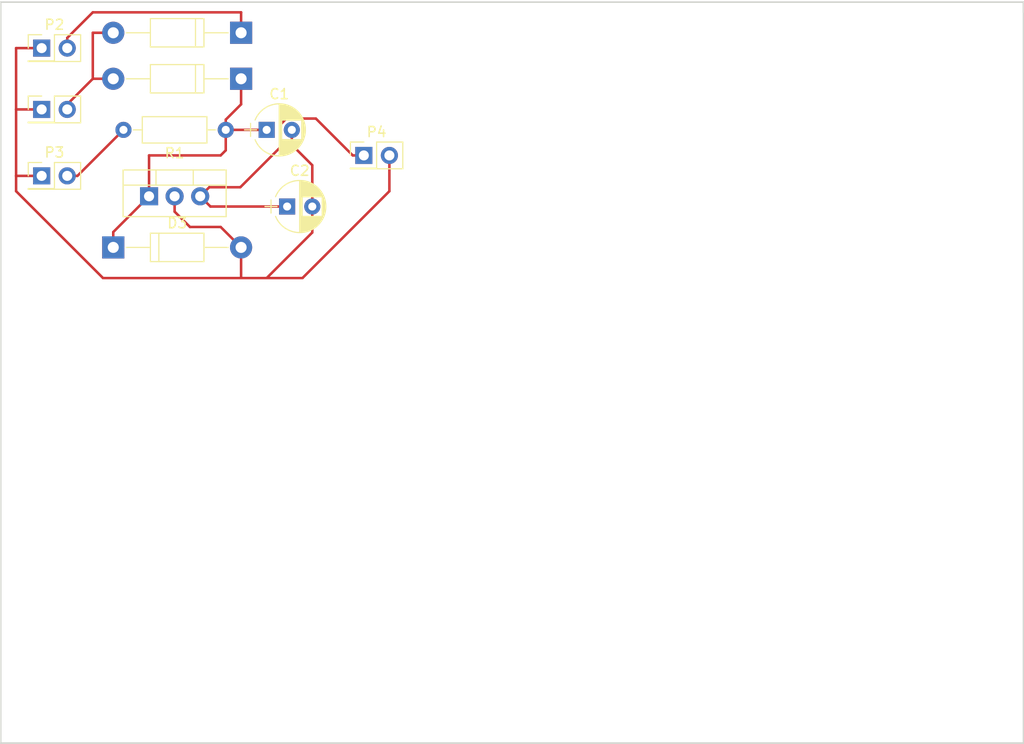
<source format=kicad_pcb>
(kicad_pcb (version 4) (host pcbnew 4.0.4-stable)

  (general
    (links 17)
    (no_connects 0)
    (area 114.224999 83.744999 215.975001 157.555001)
    (thickness 1.6)
    (drawings 5)
    (tracks 53)
    (zones 0)
    (modules 11)
    (nets 7)
  )

  (page A4)
  (title_block
    (title "Midi Merge/Filter/Thru")
    (date 2017-06-19)
    (rev 1.0)
    (company CapabilityTM)
  )

  (layers
    (0 F.Cu signal)
    (31 B.Cu signal)
    (32 B.Adhes user)
    (33 F.Adhes user)
    (34 B.Paste user)
    (35 F.Paste user)
    (36 B.SilkS user)
    (37 F.SilkS user)
    (38 B.Mask user)
    (39 F.Mask user)
    (40 Dwgs.User user)
    (41 Cmts.User user)
    (42 Eco1.User user)
    (43 Eco2.User user)
    (44 Edge.Cuts user)
    (45 Margin user)
    (46 B.CrtYd user)
    (47 F.CrtYd user)
    (48 B.Fab user)
    (49 F.Fab user)
  )

  (setup
    (last_trace_width 0.762)
    (user_trace_width 0.381)
    (user_trace_width 0.762)
    (trace_clearance 0.2)
    (zone_clearance 0.508)
    (zone_45_only no)
    (trace_min 0.2)
    (segment_width 0.2)
    (edge_width 0.15)
    (via_size 0.6)
    (via_drill 0.4)
    (via_min_size 0.4)
    (via_min_drill 0.3)
    (uvia_size 0.3)
    (uvia_drill 0.1)
    (uvias_allowed no)
    (uvia_min_size 0.2)
    (uvia_min_drill 0.1)
    (pcb_text_width 0.3)
    (pcb_text_size 1.5 1.5)
    (mod_edge_width 0.15)
    (mod_text_size 1 1)
    (mod_text_width 0.15)
    (pad_size 1.524 1.524)
    (pad_drill 0.762)
    (pad_to_mask_clearance 0.2)
    (aux_axis_origin 0 0)
    (visible_elements FFFFFF7F)
    (pcbplotparams
      (layerselection 0x00030_80000001)
      (usegerberextensions false)
      (excludeedgelayer true)
      (linewidth 0.100000)
      (plotframeref false)
      (viasonmask false)
      (mode 1)
      (useauxorigin false)
      (hpglpennumber 1)
      (hpglpenspeed 20)
      (hpglpendiameter 15)
      (hpglpenoverlay 2)
      (psnegative false)
      (psa4output false)
      (plotreference true)
      (plotvalue true)
      (plotinvisibletext false)
      (padsonsilk false)
      (subtractmaskfromsilk false)
      (outputformat 1)
      (mirror false)
      (drillshape 1)
      (scaleselection 1)
      (outputdirectory ""))
  )

  (net 0 "")
  (net 1 "Net-(C1-Pad1)")
  (net 2 "Net-(C1-Pad2)")
  (net 3 "Net-(C2-Pad1)")
  (net 4 "Net-(D1-Pad1)")
  (net 5 "Net-(D1-Pad2)")
  (net 6 "Net-(P3-Pad2)")

  (net_class Default "This is the default net class."
    (clearance 0.2)
    (trace_width 0.25)
    (via_dia 0.6)
    (via_drill 0.4)
    (uvia_dia 0.3)
    (uvia_drill 0.1)
    (add_net "Net-(C1-Pad1)")
    (add_net "Net-(C1-Pad2)")
    (add_net "Net-(C2-Pad1)")
    (add_net "Net-(D1-Pad1)")
    (add_net "Net-(D1-Pad2)")
    (add_net "Net-(P3-Pad2)")
  )

  (module Capacitors_ThroughHole:CP_Radial_D5.0mm_P2.50mm (layer F.Cu) (tedit 5920C257) (tstamp 59480CAA)
    (at 140.716 96.52)
    (descr "CP, Radial series, Radial, pin pitch=2.50mm, , diameter=5mm, Electrolytic Capacitor")
    (tags "CP Radial series Radial pin pitch 2.50mm  diameter 5mm Electrolytic Capacitor")
    (path /5947F54E)
    (fp_text reference C1 (at 1.25 -3.56) (layer F.SilkS)
      (effects (font (size 1 1) (thickness 0.15)))
    )
    (fp_text value 47uF (at 1.25 3.56) (layer F.Fab)
      (effects (font (size 1 1) (thickness 0.15)))
    )
    (fp_text user %R (at 0.775 0) (layer F.Fab)
      (effects (font (size 1 1) (thickness 0.15)))
    )
    (fp_line (start -2.2 0) (end -1 0) (layer F.Fab) (width 0.1))
    (fp_line (start -1.6 -0.65) (end -1.6 0.65) (layer F.Fab) (width 0.1))
    (fp_line (start 1.25 -2.55) (end 1.25 2.55) (layer F.SilkS) (width 0.12))
    (fp_line (start 1.29 -2.55) (end 1.29 2.55) (layer F.SilkS) (width 0.12))
    (fp_line (start 1.33 -2.549) (end 1.33 2.549) (layer F.SilkS) (width 0.12))
    (fp_line (start 1.37 -2.548) (end 1.37 2.548) (layer F.SilkS) (width 0.12))
    (fp_line (start 1.41 -2.546) (end 1.41 2.546) (layer F.SilkS) (width 0.12))
    (fp_line (start 1.45 -2.543) (end 1.45 2.543) (layer F.SilkS) (width 0.12))
    (fp_line (start 1.49 -2.539) (end 1.49 2.539) (layer F.SilkS) (width 0.12))
    (fp_line (start 1.53 -2.535) (end 1.53 -0.98) (layer F.SilkS) (width 0.12))
    (fp_line (start 1.53 0.98) (end 1.53 2.535) (layer F.SilkS) (width 0.12))
    (fp_line (start 1.57 -2.531) (end 1.57 -0.98) (layer F.SilkS) (width 0.12))
    (fp_line (start 1.57 0.98) (end 1.57 2.531) (layer F.SilkS) (width 0.12))
    (fp_line (start 1.61 -2.525) (end 1.61 -0.98) (layer F.SilkS) (width 0.12))
    (fp_line (start 1.61 0.98) (end 1.61 2.525) (layer F.SilkS) (width 0.12))
    (fp_line (start 1.65 -2.519) (end 1.65 -0.98) (layer F.SilkS) (width 0.12))
    (fp_line (start 1.65 0.98) (end 1.65 2.519) (layer F.SilkS) (width 0.12))
    (fp_line (start 1.69 -2.513) (end 1.69 -0.98) (layer F.SilkS) (width 0.12))
    (fp_line (start 1.69 0.98) (end 1.69 2.513) (layer F.SilkS) (width 0.12))
    (fp_line (start 1.73 -2.506) (end 1.73 -0.98) (layer F.SilkS) (width 0.12))
    (fp_line (start 1.73 0.98) (end 1.73 2.506) (layer F.SilkS) (width 0.12))
    (fp_line (start 1.77 -2.498) (end 1.77 -0.98) (layer F.SilkS) (width 0.12))
    (fp_line (start 1.77 0.98) (end 1.77 2.498) (layer F.SilkS) (width 0.12))
    (fp_line (start 1.81 -2.489) (end 1.81 -0.98) (layer F.SilkS) (width 0.12))
    (fp_line (start 1.81 0.98) (end 1.81 2.489) (layer F.SilkS) (width 0.12))
    (fp_line (start 1.85 -2.48) (end 1.85 -0.98) (layer F.SilkS) (width 0.12))
    (fp_line (start 1.85 0.98) (end 1.85 2.48) (layer F.SilkS) (width 0.12))
    (fp_line (start 1.89 -2.47) (end 1.89 -0.98) (layer F.SilkS) (width 0.12))
    (fp_line (start 1.89 0.98) (end 1.89 2.47) (layer F.SilkS) (width 0.12))
    (fp_line (start 1.93 -2.46) (end 1.93 -0.98) (layer F.SilkS) (width 0.12))
    (fp_line (start 1.93 0.98) (end 1.93 2.46) (layer F.SilkS) (width 0.12))
    (fp_line (start 1.971 -2.448) (end 1.971 -0.98) (layer F.SilkS) (width 0.12))
    (fp_line (start 1.971 0.98) (end 1.971 2.448) (layer F.SilkS) (width 0.12))
    (fp_line (start 2.011 -2.436) (end 2.011 -0.98) (layer F.SilkS) (width 0.12))
    (fp_line (start 2.011 0.98) (end 2.011 2.436) (layer F.SilkS) (width 0.12))
    (fp_line (start 2.051 -2.424) (end 2.051 -0.98) (layer F.SilkS) (width 0.12))
    (fp_line (start 2.051 0.98) (end 2.051 2.424) (layer F.SilkS) (width 0.12))
    (fp_line (start 2.091 -2.41) (end 2.091 -0.98) (layer F.SilkS) (width 0.12))
    (fp_line (start 2.091 0.98) (end 2.091 2.41) (layer F.SilkS) (width 0.12))
    (fp_line (start 2.131 -2.396) (end 2.131 -0.98) (layer F.SilkS) (width 0.12))
    (fp_line (start 2.131 0.98) (end 2.131 2.396) (layer F.SilkS) (width 0.12))
    (fp_line (start 2.171 -2.382) (end 2.171 -0.98) (layer F.SilkS) (width 0.12))
    (fp_line (start 2.171 0.98) (end 2.171 2.382) (layer F.SilkS) (width 0.12))
    (fp_line (start 2.211 -2.366) (end 2.211 -0.98) (layer F.SilkS) (width 0.12))
    (fp_line (start 2.211 0.98) (end 2.211 2.366) (layer F.SilkS) (width 0.12))
    (fp_line (start 2.251 -2.35) (end 2.251 -0.98) (layer F.SilkS) (width 0.12))
    (fp_line (start 2.251 0.98) (end 2.251 2.35) (layer F.SilkS) (width 0.12))
    (fp_line (start 2.291 -2.333) (end 2.291 -0.98) (layer F.SilkS) (width 0.12))
    (fp_line (start 2.291 0.98) (end 2.291 2.333) (layer F.SilkS) (width 0.12))
    (fp_line (start 2.331 -2.315) (end 2.331 -0.98) (layer F.SilkS) (width 0.12))
    (fp_line (start 2.331 0.98) (end 2.331 2.315) (layer F.SilkS) (width 0.12))
    (fp_line (start 2.371 -2.296) (end 2.371 -0.98) (layer F.SilkS) (width 0.12))
    (fp_line (start 2.371 0.98) (end 2.371 2.296) (layer F.SilkS) (width 0.12))
    (fp_line (start 2.411 -2.276) (end 2.411 -0.98) (layer F.SilkS) (width 0.12))
    (fp_line (start 2.411 0.98) (end 2.411 2.276) (layer F.SilkS) (width 0.12))
    (fp_line (start 2.451 -2.256) (end 2.451 -0.98) (layer F.SilkS) (width 0.12))
    (fp_line (start 2.451 0.98) (end 2.451 2.256) (layer F.SilkS) (width 0.12))
    (fp_line (start 2.491 -2.234) (end 2.491 -0.98) (layer F.SilkS) (width 0.12))
    (fp_line (start 2.491 0.98) (end 2.491 2.234) (layer F.SilkS) (width 0.12))
    (fp_line (start 2.531 -2.212) (end 2.531 -0.98) (layer F.SilkS) (width 0.12))
    (fp_line (start 2.531 0.98) (end 2.531 2.212) (layer F.SilkS) (width 0.12))
    (fp_line (start 2.571 -2.189) (end 2.571 -0.98) (layer F.SilkS) (width 0.12))
    (fp_line (start 2.571 0.98) (end 2.571 2.189) (layer F.SilkS) (width 0.12))
    (fp_line (start 2.611 -2.165) (end 2.611 -0.98) (layer F.SilkS) (width 0.12))
    (fp_line (start 2.611 0.98) (end 2.611 2.165) (layer F.SilkS) (width 0.12))
    (fp_line (start 2.651 -2.14) (end 2.651 -0.98) (layer F.SilkS) (width 0.12))
    (fp_line (start 2.651 0.98) (end 2.651 2.14) (layer F.SilkS) (width 0.12))
    (fp_line (start 2.691 -2.113) (end 2.691 -0.98) (layer F.SilkS) (width 0.12))
    (fp_line (start 2.691 0.98) (end 2.691 2.113) (layer F.SilkS) (width 0.12))
    (fp_line (start 2.731 -2.086) (end 2.731 -0.98) (layer F.SilkS) (width 0.12))
    (fp_line (start 2.731 0.98) (end 2.731 2.086) (layer F.SilkS) (width 0.12))
    (fp_line (start 2.771 -2.058) (end 2.771 -0.98) (layer F.SilkS) (width 0.12))
    (fp_line (start 2.771 0.98) (end 2.771 2.058) (layer F.SilkS) (width 0.12))
    (fp_line (start 2.811 -2.028) (end 2.811 -0.98) (layer F.SilkS) (width 0.12))
    (fp_line (start 2.811 0.98) (end 2.811 2.028) (layer F.SilkS) (width 0.12))
    (fp_line (start 2.851 -1.997) (end 2.851 -0.98) (layer F.SilkS) (width 0.12))
    (fp_line (start 2.851 0.98) (end 2.851 1.997) (layer F.SilkS) (width 0.12))
    (fp_line (start 2.891 -1.965) (end 2.891 -0.98) (layer F.SilkS) (width 0.12))
    (fp_line (start 2.891 0.98) (end 2.891 1.965) (layer F.SilkS) (width 0.12))
    (fp_line (start 2.931 -1.932) (end 2.931 -0.98) (layer F.SilkS) (width 0.12))
    (fp_line (start 2.931 0.98) (end 2.931 1.932) (layer F.SilkS) (width 0.12))
    (fp_line (start 2.971 -1.897) (end 2.971 -0.98) (layer F.SilkS) (width 0.12))
    (fp_line (start 2.971 0.98) (end 2.971 1.897) (layer F.SilkS) (width 0.12))
    (fp_line (start 3.011 -1.861) (end 3.011 -0.98) (layer F.SilkS) (width 0.12))
    (fp_line (start 3.011 0.98) (end 3.011 1.861) (layer F.SilkS) (width 0.12))
    (fp_line (start 3.051 -1.823) (end 3.051 -0.98) (layer F.SilkS) (width 0.12))
    (fp_line (start 3.051 0.98) (end 3.051 1.823) (layer F.SilkS) (width 0.12))
    (fp_line (start 3.091 -1.783) (end 3.091 -0.98) (layer F.SilkS) (width 0.12))
    (fp_line (start 3.091 0.98) (end 3.091 1.783) (layer F.SilkS) (width 0.12))
    (fp_line (start 3.131 -1.742) (end 3.131 -0.98) (layer F.SilkS) (width 0.12))
    (fp_line (start 3.131 0.98) (end 3.131 1.742) (layer F.SilkS) (width 0.12))
    (fp_line (start 3.171 -1.699) (end 3.171 -0.98) (layer F.SilkS) (width 0.12))
    (fp_line (start 3.171 0.98) (end 3.171 1.699) (layer F.SilkS) (width 0.12))
    (fp_line (start 3.211 -1.654) (end 3.211 -0.98) (layer F.SilkS) (width 0.12))
    (fp_line (start 3.211 0.98) (end 3.211 1.654) (layer F.SilkS) (width 0.12))
    (fp_line (start 3.251 -1.606) (end 3.251 -0.98) (layer F.SilkS) (width 0.12))
    (fp_line (start 3.251 0.98) (end 3.251 1.606) (layer F.SilkS) (width 0.12))
    (fp_line (start 3.291 -1.556) (end 3.291 -0.98) (layer F.SilkS) (width 0.12))
    (fp_line (start 3.291 0.98) (end 3.291 1.556) (layer F.SilkS) (width 0.12))
    (fp_line (start 3.331 -1.504) (end 3.331 -0.98) (layer F.SilkS) (width 0.12))
    (fp_line (start 3.331 0.98) (end 3.331 1.504) (layer F.SilkS) (width 0.12))
    (fp_line (start 3.371 -1.448) (end 3.371 -0.98) (layer F.SilkS) (width 0.12))
    (fp_line (start 3.371 0.98) (end 3.371 1.448) (layer F.SilkS) (width 0.12))
    (fp_line (start 3.411 -1.39) (end 3.411 -0.98) (layer F.SilkS) (width 0.12))
    (fp_line (start 3.411 0.98) (end 3.411 1.39) (layer F.SilkS) (width 0.12))
    (fp_line (start 3.451 -1.327) (end 3.451 -0.98) (layer F.SilkS) (width 0.12))
    (fp_line (start 3.451 0.98) (end 3.451 1.327) (layer F.SilkS) (width 0.12))
    (fp_line (start 3.491 -1.261) (end 3.491 1.261) (layer F.SilkS) (width 0.12))
    (fp_line (start 3.531 -1.189) (end 3.531 1.189) (layer F.SilkS) (width 0.12))
    (fp_line (start 3.571 -1.112) (end 3.571 1.112) (layer F.SilkS) (width 0.12))
    (fp_line (start 3.611 -1.028) (end 3.611 1.028) (layer F.SilkS) (width 0.12))
    (fp_line (start 3.651 -0.934) (end 3.651 0.934) (layer F.SilkS) (width 0.12))
    (fp_line (start 3.691 -0.829) (end 3.691 0.829) (layer F.SilkS) (width 0.12))
    (fp_line (start 3.731 -0.707) (end 3.731 0.707) (layer F.SilkS) (width 0.12))
    (fp_line (start 3.771 -0.559) (end 3.771 0.559) (layer F.SilkS) (width 0.12))
    (fp_line (start 3.811 -0.354) (end 3.811 0.354) (layer F.SilkS) (width 0.12))
    (fp_line (start -2.2 0) (end -1 0) (layer F.SilkS) (width 0.12))
    (fp_line (start -1.6 -0.65) (end -1.6 0.65) (layer F.SilkS) (width 0.12))
    (fp_line (start -1.6 -2.85) (end -1.6 2.85) (layer F.CrtYd) (width 0.05))
    (fp_line (start -1.6 2.85) (end 4.1 2.85) (layer F.CrtYd) (width 0.05))
    (fp_line (start 4.1 2.85) (end 4.1 -2.85) (layer F.CrtYd) (width 0.05))
    (fp_line (start 4.1 -2.85) (end -1.6 -2.85) (layer F.CrtYd) (width 0.05))
    (fp_circle (center 1.25 0) (end 3.75 0) (layer F.Fab) (width 0.1))
    (fp_arc (start 1.25 0) (end -1.147436 -0.98) (angle 135.5) (layer F.SilkS) (width 0.12))
    (fp_arc (start 1.25 0) (end -1.147436 0.98) (angle -135.5) (layer F.SilkS) (width 0.12))
    (fp_arc (start 1.25 0) (end 3.647436 -0.98) (angle 44.5) (layer F.SilkS) (width 0.12))
    (pad 1 thru_hole rect (at 0 0) (size 1.6 1.6) (drill 0.8) (layers *.Cu *.Mask)
      (net 1 "Net-(C1-Pad1)"))
    (pad 2 thru_hole circle (at 2.5 0) (size 1.6 1.6) (drill 0.8) (layers *.Cu *.Mask)
      (net 2 "Net-(C1-Pad2)"))
    (model ${KISYS3DMOD}/Capacitors_THT.3dshapes/CP_Radial_D5.0mm_P2.50mm.wrl
      (at (xyz 0 0 0))
      (scale (xyz 1 1 1))
      (rotate (xyz 0 0 0))
    )
  )

  (module Capacitors_ThroughHole:CP_Radial_D5.0mm_P2.50mm (layer F.Cu) (tedit 5920C257) (tstamp 59480CB0)
    (at 142.748 104.14)
    (descr "CP, Radial series, Radial, pin pitch=2.50mm, , diameter=5mm, Electrolytic Capacitor")
    (tags "CP Radial series Radial pin pitch 2.50mm  diameter 5mm Electrolytic Capacitor")
    (path /5947FA9C)
    (fp_text reference C2 (at 1.25 -3.56) (layer F.SilkS)
      (effects (font (size 1 1) (thickness 0.15)))
    )
    (fp_text value 0.1uF (at 1.25 3.56) (layer F.Fab)
      (effects (font (size 1 1) (thickness 0.15)))
    )
    (fp_text user %R (at 0.775 0) (layer F.Fab)
      (effects (font (size 1 1) (thickness 0.15)))
    )
    (fp_line (start -2.2 0) (end -1 0) (layer F.Fab) (width 0.1))
    (fp_line (start -1.6 -0.65) (end -1.6 0.65) (layer F.Fab) (width 0.1))
    (fp_line (start 1.25 -2.55) (end 1.25 2.55) (layer F.SilkS) (width 0.12))
    (fp_line (start 1.29 -2.55) (end 1.29 2.55) (layer F.SilkS) (width 0.12))
    (fp_line (start 1.33 -2.549) (end 1.33 2.549) (layer F.SilkS) (width 0.12))
    (fp_line (start 1.37 -2.548) (end 1.37 2.548) (layer F.SilkS) (width 0.12))
    (fp_line (start 1.41 -2.546) (end 1.41 2.546) (layer F.SilkS) (width 0.12))
    (fp_line (start 1.45 -2.543) (end 1.45 2.543) (layer F.SilkS) (width 0.12))
    (fp_line (start 1.49 -2.539) (end 1.49 2.539) (layer F.SilkS) (width 0.12))
    (fp_line (start 1.53 -2.535) (end 1.53 -0.98) (layer F.SilkS) (width 0.12))
    (fp_line (start 1.53 0.98) (end 1.53 2.535) (layer F.SilkS) (width 0.12))
    (fp_line (start 1.57 -2.531) (end 1.57 -0.98) (layer F.SilkS) (width 0.12))
    (fp_line (start 1.57 0.98) (end 1.57 2.531) (layer F.SilkS) (width 0.12))
    (fp_line (start 1.61 -2.525) (end 1.61 -0.98) (layer F.SilkS) (width 0.12))
    (fp_line (start 1.61 0.98) (end 1.61 2.525) (layer F.SilkS) (width 0.12))
    (fp_line (start 1.65 -2.519) (end 1.65 -0.98) (layer F.SilkS) (width 0.12))
    (fp_line (start 1.65 0.98) (end 1.65 2.519) (layer F.SilkS) (width 0.12))
    (fp_line (start 1.69 -2.513) (end 1.69 -0.98) (layer F.SilkS) (width 0.12))
    (fp_line (start 1.69 0.98) (end 1.69 2.513) (layer F.SilkS) (width 0.12))
    (fp_line (start 1.73 -2.506) (end 1.73 -0.98) (layer F.SilkS) (width 0.12))
    (fp_line (start 1.73 0.98) (end 1.73 2.506) (layer F.SilkS) (width 0.12))
    (fp_line (start 1.77 -2.498) (end 1.77 -0.98) (layer F.SilkS) (width 0.12))
    (fp_line (start 1.77 0.98) (end 1.77 2.498) (layer F.SilkS) (width 0.12))
    (fp_line (start 1.81 -2.489) (end 1.81 -0.98) (layer F.SilkS) (width 0.12))
    (fp_line (start 1.81 0.98) (end 1.81 2.489) (layer F.SilkS) (width 0.12))
    (fp_line (start 1.85 -2.48) (end 1.85 -0.98) (layer F.SilkS) (width 0.12))
    (fp_line (start 1.85 0.98) (end 1.85 2.48) (layer F.SilkS) (width 0.12))
    (fp_line (start 1.89 -2.47) (end 1.89 -0.98) (layer F.SilkS) (width 0.12))
    (fp_line (start 1.89 0.98) (end 1.89 2.47) (layer F.SilkS) (width 0.12))
    (fp_line (start 1.93 -2.46) (end 1.93 -0.98) (layer F.SilkS) (width 0.12))
    (fp_line (start 1.93 0.98) (end 1.93 2.46) (layer F.SilkS) (width 0.12))
    (fp_line (start 1.971 -2.448) (end 1.971 -0.98) (layer F.SilkS) (width 0.12))
    (fp_line (start 1.971 0.98) (end 1.971 2.448) (layer F.SilkS) (width 0.12))
    (fp_line (start 2.011 -2.436) (end 2.011 -0.98) (layer F.SilkS) (width 0.12))
    (fp_line (start 2.011 0.98) (end 2.011 2.436) (layer F.SilkS) (width 0.12))
    (fp_line (start 2.051 -2.424) (end 2.051 -0.98) (layer F.SilkS) (width 0.12))
    (fp_line (start 2.051 0.98) (end 2.051 2.424) (layer F.SilkS) (width 0.12))
    (fp_line (start 2.091 -2.41) (end 2.091 -0.98) (layer F.SilkS) (width 0.12))
    (fp_line (start 2.091 0.98) (end 2.091 2.41) (layer F.SilkS) (width 0.12))
    (fp_line (start 2.131 -2.396) (end 2.131 -0.98) (layer F.SilkS) (width 0.12))
    (fp_line (start 2.131 0.98) (end 2.131 2.396) (layer F.SilkS) (width 0.12))
    (fp_line (start 2.171 -2.382) (end 2.171 -0.98) (layer F.SilkS) (width 0.12))
    (fp_line (start 2.171 0.98) (end 2.171 2.382) (layer F.SilkS) (width 0.12))
    (fp_line (start 2.211 -2.366) (end 2.211 -0.98) (layer F.SilkS) (width 0.12))
    (fp_line (start 2.211 0.98) (end 2.211 2.366) (layer F.SilkS) (width 0.12))
    (fp_line (start 2.251 -2.35) (end 2.251 -0.98) (layer F.SilkS) (width 0.12))
    (fp_line (start 2.251 0.98) (end 2.251 2.35) (layer F.SilkS) (width 0.12))
    (fp_line (start 2.291 -2.333) (end 2.291 -0.98) (layer F.SilkS) (width 0.12))
    (fp_line (start 2.291 0.98) (end 2.291 2.333) (layer F.SilkS) (width 0.12))
    (fp_line (start 2.331 -2.315) (end 2.331 -0.98) (layer F.SilkS) (width 0.12))
    (fp_line (start 2.331 0.98) (end 2.331 2.315) (layer F.SilkS) (width 0.12))
    (fp_line (start 2.371 -2.296) (end 2.371 -0.98) (layer F.SilkS) (width 0.12))
    (fp_line (start 2.371 0.98) (end 2.371 2.296) (layer F.SilkS) (width 0.12))
    (fp_line (start 2.411 -2.276) (end 2.411 -0.98) (layer F.SilkS) (width 0.12))
    (fp_line (start 2.411 0.98) (end 2.411 2.276) (layer F.SilkS) (width 0.12))
    (fp_line (start 2.451 -2.256) (end 2.451 -0.98) (layer F.SilkS) (width 0.12))
    (fp_line (start 2.451 0.98) (end 2.451 2.256) (layer F.SilkS) (width 0.12))
    (fp_line (start 2.491 -2.234) (end 2.491 -0.98) (layer F.SilkS) (width 0.12))
    (fp_line (start 2.491 0.98) (end 2.491 2.234) (layer F.SilkS) (width 0.12))
    (fp_line (start 2.531 -2.212) (end 2.531 -0.98) (layer F.SilkS) (width 0.12))
    (fp_line (start 2.531 0.98) (end 2.531 2.212) (layer F.SilkS) (width 0.12))
    (fp_line (start 2.571 -2.189) (end 2.571 -0.98) (layer F.SilkS) (width 0.12))
    (fp_line (start 2.571 0.98) (end 2.571 2.189) (layer F.SilkS) (width 0.12))
    (fp_line (start 2.611 -2.165) (end 2.611 -0.98) (layer F.SilkS) (width 0.12))
    (fp_line (start 2.611 0.98) (end 2.611 2.165) (layer F.SilkS) (width 0.12))
    (fp_line (start 2.651 -2.14) (end 2.651 -0.98) (layer F.SilkS) (width 0.12))
    (fp_line (start 2.651 0.98) (end 2.651 2.14) (layer F.SilkS) (width 0.12))
    (fp_line (start 2.691 -2.113) (end 2.691 -0.98) (layer F.SilkS) (width 0.12))
    (fp_line (start 2.691 0.98) (end 2.691 2.113) (layer F.SilkS) (width 0.12))
    (fp_line (start 2.731 -2.086) (end 2.731 -0.98) (layer F.SilkS) (width 0.12))
    (fp_line (start 2.731 0.98) (end 2.731 2.086) (layer F.SilkS) (width 0.12))
    (fp_line (start 2.771 -2.058) (end 2.771 -0.98) (layer F.SilkS) (width 0.12))
    (fp_line (start 2.771 0.98) (end 2.771 2.058) (layer F.SilkS) (width 0.12))
    (fp_line (start 2.811 -2.028) (end 2.811 -0.98) (layer F.SilkS) (width 0.12))
    (fp_line (start 2.811 0.98) (end 2.811 2.028) (layer F.SilkS) (width 0.12))
    (fp_line (start 2.851 -1.997) (end 2.851 -0.98) (layer F.SilkS) (width 0.12))
    (fp_line (start 2.851 0.98) (end 2.851 1.997) (layer F.SilkS) (width 0.12))
    (fp_line (start 2.891 -1.965) (end 2.891 -0.98) (layer F.SilkS) (width 0.12))
    (fp_line (start 2.891 0.98) (end 2.891 1.965) (layer F.SilkS) (width 0.12))
    (fp_line (start 2.931 -1.932) (end 2.931 -0.98) (layer F.SilkS) (width 0.12))
    (fp_line (start 2.931 0.98) (end 2.931 1.932) (layer F.SilkS) (width 0.12))
    (fp_line (start 2.971 -1.897) (end 2.971 -0.98) (layer F.SilkS) (width 0.12))
    (fp_line (start 2.971 0.98) (end 2.971 1.897) (layer F.SilkS) (width 0.12))
    (fp_line (start 3.011 -1.861) (end 3.011 -0.98) (layer F.SilkS) (width 0.12))
    (fp_line (start 3.011 0.98) (end 3.011 1.861) (layer F.SilkS) (width 0.12))
    (fp_line (start 3.051 -1.823) (end 3.051 -0.98) (layer F.SilkS) (width 0.12))
    (fp_line (start 3.051 0.98) (end 3.051 1.823) (layer F.SilkS) (width 0.12))
    (fp_line (start 3.091 -1.783) (end 3.091 -0.98) (layer F.SilkS) (width 0.12))
    (fp_line (start 3.091 0.98) (end 3.091 1.783) (layer F.SilkS) (width 0.12))
    (fp_line (start 3.131 -1.742) (end 3.131 -0.98) (layer F.SilkS) (width 0.12))
    (fp_line (start 3.131 0.98) (end 3.131 1.742) (layer F.SilkS) (width 0.12))
    (fp_line (start 3.171 -1.699) (end 3.171 -0.98) (layer F.SilkS) (width 0.12))
    (fp_line (start 3.171 0.98) (end 3.171 1.699) (layer F.SilkS) (width 0.12))
    (fp_line (start 3.211 -1.654) (end 3.211 -0.98) (layer F.SilkS) (width 0.12))
    (fp_line (start 3.211 0.98) (end 3.211 1.654) (layer F.SilkS) (width 0.12))
    (fp_line (start 3.251 -1.606) (end 3.251 -0.98) (layer F.SilkS) (width 0.12))
    (fp_line (start 3.251 0.98) (end 3.251 1.606) (layer F.SilkS) (width 0.12))
    (fp_line (start 3.291 -1.556) (end 3.291 -0.98) (layer F.SilkS) (width 0.12))
    (fp_line (start 3.291 0.98) (end 3.291 1.556) (layer F.SilkS) (width 0.12))
    (fp_line (start 3.331 -1.504) (end 3.331 -0.98) (layer F.SilkS) (width 0.12))
    (fp_line (start 3.331 0.98) (end 3.331 1.504) (layer F.SilkS) (width 0.12))
    (fp_line (start 3.371 -1.448) (end 3.371 -0.98) (layer F.SilkS) (width 0.12))
    (fp_line (start 3.371 0.98) (end 3.371 1.448) (layer F.SilkS) (width 0.12))
    (fp_line (start 3.411 -1.39) (end 3.411 -0.98) (layer F.SilkS) (width 0.12))
    (fp_line (start 3.411 0.98) (end 3.411 1.39) (layer F.SilkS) (width 0.12))
    (fp_line (start 3.451 -1.327) (end 3.451 -0.98) (layer F.SilkS) (width 0.12))
    (fp_line (start 3.451 0.98) (end 3.451 1.327) (layer F.SilkS) (width 0.12))
    (fp_line (start 3.491 -1.261) (end 3.491 1.261) (layer F.SilkS) (width 0.12))
    (fp_line (start 3.531 -1.189) (end 3.531 1.189) (layer F.SilkS) (width 0.12))
    (fp_line (start 3.571 -1.112) (end 3.571 1.112) (layer F.SilkS) (width 0.12))
    (fp_line (start 3.611 -1.028) (end 3.611 1.028) (layer F.SilkS) (width 0.12))
    (fp_line (start 3.651 -0.934) (end 3.651 0.934) (layer F.SilkS) (width 0.12))
    (fp_line (start 3.691 -0.829) (end 3.691 0.829) (layer F.SilkS) (width 0.12))
    (fp_line (start 3.731 -0.707) (end 3.731 0.707) (layer F.SilkS) (width 0.12))
    (fp_line (start 3.771 -0.559) (end 3.771 0.559) (layer F.SilkS) (width 0.12))
    (fp_line (start 3.811 -0.354) (end 3.811 0.354) (layer F.SilkS) (width 0.12))
    (fp_line (start -2.2 0) (end -1 0) (layer F.SilkS) (width 0.12))
    (fp_line (start -1.6 -0.65) (end -1.6 0.65) (layer F.SilkS) (width 0.12))
    (fp_line (start -1.6 -2.85) (end -1.6 2.85) (layer F.CrtYd) (width 0.05))
    (fp_line (start -1.6 2.85) (end 4.1 2.85) (layer F.CrtYd) (width 0.05))
    (fp_line (start 4.1 2.85) (end 4.1 -2.85) (layer F.CrtYd) (width 0.05))
    (fp_line (start 4.1 -2.85) (end -1.6 -2.85) (layer F.CrtYd) (width 0.05))
    (fp_circle (center 1.25 0) (end 3.75 0) (layer F.Fab) (width 0.1))
    (fp_arc (start 1.25 0) (end -1.147436 -0.98) (angle 135.5) (layer F.SilkS) (width 0.12))
    (fp_arc (start 1.25 0) (end -1.147436 0.98) (angle -135.5) (layer F.SilkS) (width 0.12))
    (fp_arc (start 1.25 0) (end 3.647436 -0.98) (angle 44.5) (layer F.SilkS) (width 0.12))
    (pad 1 thru_hole rect (at 0 0) (size 1.6 1.6) (drill 0.8) (layers *.Cu *.Mask)
      (net 3 "Net-(C2-Pad1)"))
    (pad 2 thru_hole circle (at 2.5 0) (size 1.6 1.6) (drill 0.8) (layers *.Cu *.Mask)
      (net 2 "Net-(C1-Pad2)"))
    (model ${KISYS3DMOD}/Capacitors_THT.3dshapes/CP_Radial_D5.0mm_P2.50mm.wrl
      (at (xyz 0 0 0))
      (scale (xyz 1 1 1))
      (rotate (xyz 0 0 0))
    )
  )

  (module Diodes_ThroughHole:D_DO-41_SOD81_P12.70mm_Horizontal (layer F.Cu) (tedit 59481A32) (tstamp 59480CB6)
    (at 138.176 86.868 180)
    (descr "D, DO-41_SOD81 series, Axial, Horizontal, pin pitch=12.7mm, , length*diameter=5.2*2.7mm^2, , http://www.diodes.com/_files/packages/DO-41%20(Plastic).pdf")
    (tags "D DO-41_SOD81 series Axial Horizontal pin pitch 12.7mm  length 5.2mm diameter 2.7mm")
    (path /5947EF8D)
    (fp_text reference D1 (at 6.35 -2.41 180) (layer F.SilkS) hide
      (effects (font (size 1 1) (thickness 0.15)))
    )
    (fp_text value 1N4001 (at 6.35 2.41 180) (layer F.Fab)
      (effects (font (size 1 1) (thickness 0.15)))
    )
    (fp_text user %R (at 6.35 0 180) (layer F.Fab)
      (effects (font (size 1 1) (thickness 0.15)))
    )
    (fp_line (start 3.75 -1.35) (end 3.75 1.35) (layer F.Fab) (width 0.1))
    (fp_line (start 3.75 1.35) (end 8.95 1.35) (layer F.Fab) (width 0.1))
    (fp_line (start 8.95 1.35) (end 8.95 -1.35) (layer F.Fab) (width 0.1))
    (fp_line (start 8.95 -1.35) (end 3.75 -1.35) (layer F.Fab) (width 0.1))
    (fp_line (start 0 0) (end 3.75 0) (layer F.Fab) (width 0.1))
    (fp_line (start 12.7 0) (end 8.95 0) (layer F.Fab) (width 0.1))
    (fp_line (start 4.53 -1.35) (end 4.53 1.35) (layer F.Fab) (width 0.1))
    (fp_line (start 3.69 -1.41) (end 3.69 1.41) (layer F.SilkS) (width 0.12))
    (fp_line (start 3.69 1.41) (end 9.01 1.41) (layer F.SilkS) (width 0.12))
    (fp_line (start 9.01 1.41) (end 9.01 -1.41) (layer F.SilkS) (width 0.12))
    (fp_line (start 9.01 -1.41) (end 3.69 -1.41) (layer F.SilkS) (width 0.12))
    (fp_line (start 1.28 0) (end 3.69 0) (layer F.SilkS) (width 0.12))
    (fp_line (start 11.42 0) (end 9.01 0) (layer F.SilkS) (width 0.12))
    (fp_line (start 4.53 -1.41) (end 4.53 1.41) (layer F.SilkS) (width 0.12))
    (fp_line (start -1.35 -1.7) (end -1.35 1.7) (layer F.CrtYd) (width 0.05))
    (fp_line (start -1.35 1.7) (end 14.05 1.7) (layer F.CrtYd) (width 0.05))
    (fp_line (start 14.05 1.7) (end 14.05 -1.7) (layer F.CrtYd) (width 0.05))
    (fp_line (start 14.05 -1.7) (end -1.35 -1.7) (layer F.CrtYd) (width 0.05))
    (pad 1 thru_hole rect (at 0 0 180) (size 2.2 2.2) (drill 1.1) (layers *.Cu *.Mask)
      (net 4 "Net-(D1-Pad1)"))
    (pad 2 thru_hole oval (at 12.7 0 180) (size 2.2 2.2) (drill 1.1) (layers *.Cu *.Mask)
      (net 5 "Net-(D1-Pad2)"))
    (model ${KISYS3DMOD}/Diodes_THT.3dshapes/D_DO-41_SOD81_P12.70mm_Horizontal.wrl
      (at (xyz 0 0 0))
      (scale (xyz 0.393701 0.393701 0.393701))
      (rotate (xyz 0 0 0))
    )
  )

  (module Diodes_ThroughHole:D_DO-41_SOD81_P12.70mm_Horizontal (layer F.Cu) (tedit 59481A44) (tstamp 59480CBC)
    (at 138.176 91.44 180)
    (descr "D, DO-41_SOD81 series, Axial, Horizontal, pin pitch=12.7mm, , length*diameter=5.2*2.7mm^2, , http://www.diodes.com/_files/packages/DO-41%20(Plastic).pdf")
    (tags "D DO-41_SOD81 series Axial Horizontal pin pitch 12.7mm  length 5.2mm diameter 2.7mm")
    (path /5947EE16)
    (fp_text reference D2 (at 6.35 -2.41 180) (layer F.SilkS) hide
      (effects (font (size 1 1) (thickness 0.15)))
    )
    (fp_text value 1N4001 (at 6.35 2.41 180) (layer F.Fab)
      (effects (font (size 1 1) (thickness 0.15)))
    )
    (fp_text user %R (at 6.35 0 180) (layer F.Fab)
      (effects (font (size 1 1) (thickness 0.15)))
    )
    (fp_line (start 3.75 -1.35) (end 3.75 1.35) (layer F.Fab) (width 0.1))
    (fp_line (start 3.75 1.35) (end 8.95 1.35) (layer F.Fab) (width 0.1))
    (fp_line (start 8.95 1.35) (end 8.95 -1.35) (layer F.Fab) (width 0.1))
    (fp_line (start 8.95 -1.35) (end 3.75 -1.35) (layer F.Fab) (width 0.1))
    (fp_line (start 0 0) (end 3.75 0) (layer F.Fab) (width 0.1))
    (fp_line (start 12.7 0) (end 8.95 0) (layer F.Fab) (width 0.1))
    (fp_line (start 4.53 -1.35) (end 4.53 1.35) (layer F.Fab) (width 0.1))
    (fp_line (start 3.69 -1.41) (end 3.69 1.41) (layer F.SilkS) (width 0.12))
    (fp_line (start 3.69 1.41) (end 9.01 1.41) (layer F.SilkS) (width 0.12))
    (fp_line (start 9.01 1.41) (end 9.01 -1.41) (layer F.SilkS) (width 0.12))
    (fp_line (start 9.01 -1.41) (end 3.69 -1.41) (layer F.SilkS) (width 0.12))
    (fp_line (start 1.28 0) (end 3.69 0) (layer F.SilkS) (width 0.12))
    (fp_line (start 11.42 0) (end 9.01 0) (layer F.SilkS) (width 0.12))
    (fp_line (start 4.53 -1.41) (end 4.53 1.41) (layer F.SilkS) (width 0.12))
    (fp_line (start -1.35 -1.7) (end -1.35 1.7) (layer F.CrtYd) (width 0.05))
    (fp_line (start -1.35 1.7) (end 14.05 1.7) (layer F.CrtYd) (width 0.05))
    (fp_line (start 14.05 1.7) (end 14.05 -1.7) (layer F.CrtYd) (width 0.05))
    (fp_line (start 14.05 -1.7) (end -1.35 -1.7) (layer F.CrtYd) (width 0.05))
    (pad 1 thru_hole rect (at 0 0 180) (size 2.2 2.2) (drill 1.1) (layers *.Cu *.Mask)
      (net 1 "Net-(C1-Pad1)"))
    (pad 2 thru_hole oval (at 12.7 0 180) (size 2.2 2.2) (drill 1.1) (layers *.Cu *.Mask)
      (net 5 "Net-(D1-Pad2)"))
    (model ${KISYS3DMOD}/Diodes_THT.3dshapes/D_DO-41_SOD81_P12.70mm_Horizontal.wrl
      (at (xyz 0 0 0))
      (scale (xyz 0.393701 0.393701 0.393701))
      (rotate (xyz 0 0 0))
    )
  )

  (module Diodes_ThroughHole:D_DO-41_SOD81_P12.70mm_Horizontal (layer F.Cu) (tedit 5921392F) (tstamp 59480CC2)
    (at 125.476 108.204)
    (descr "D, DO-41_SOD81 series, Axial, Horizontal, pin pitch=12.7mm, , length*diameter=5.2*2.7mm^2, , http://www.diodes.com/_files/packages/DO-41%20(Plastic).pdf")
    (tags "D DO-41_SOD81 series Axial Horizontal pin pitch 12.7mm  length 5.2mm diameter 2.7mm")
    (path /5947F192)
    (fp_text reference D3 (at 6.35 -2.41) (layer F.SilkS)
      (effects (font (size 1 1) (thickness 0.15)))
    )
    (fp_text value 1N4001 (at 6.35 2.41) (layer F.Fab)
      (effects (font (size 1 1) (thickness 0.15)))
    )
    (fp_text user %R (at 6.35 0) (layer F.Fab)
      (effects (font (size 1 1) (thickness 0.15)))
    )
    (fp_line (start 3.75 -1.35) (end 3.75 1.35) (layer F.Fab) (width 0.1))
    (fp_line (start 3.75 1.35) (end 8.95 1.35) (layer F.Fab) (width 0.1))
    (fp_line (start 8.95 1.35) (end 8.95 -1.35) (layer F.Fab) (width 0.1))
    (fp_line (start 8.95 -1.35) (end 3.75 -1.35) (layer F.Fab) (width 0.1))
    (fp_line (start 0 0) (end 3.75 0) (layer F.Fab) (width 0.1))
    (fp_line (start 12.7 0) (end 8.95 0) (layer F.Fab) (width 0.1))
    (fp_line (start 4.53 -1.35) (end 4.53 1.35) (layer F.Fab) (width 0.1))
    (fp_line (start 3.69 -1.41) (end 3.69 1.41) (layer F.SilkS) (width 0.12))
    (fp_line (start 3.69 1.41) (end 9.01 1.41) (layer F.SilkS) (width 0.12))
    (fp_line (start 9.01 1.41) (end 9.01 -1.41) (layer F.SilkS) (width 0.12))
    (fp_line (start 9.01 -1.41) (end 3.69 -1.41) (layer F.SilkS) (width 0.12))
    (fp_line (start 1.28 0) (end 3.69 0) (layer F.SilkS) (width 0.12))
    (fp_line (start 11.42 0) (end 9.01 0) (layer F.SilkS) (width 0.12))
    (fp_line (start 4.53 -1.41) (end 4.53 1.41) (layer F.SilkS) (width 0.12))
    (fp_line (start -1.35 -1.7) (end -1.35 1.7) (layer F.CrtYd) (width 0.05))
    (fp_line (start -1.35 1.7) (end 14.05 1.7) (layer F.CrtYd) (width 0.05))
    (fp_line (start 14.05 1.7) (end 14.05 -1.7) (layer F.CrtYd) (width 0.05))
    (fp_line (start 14.05 -1.7) (end -1.35 -1.7) (layer F.CrtYd) (width 0.05))
    (pad 1 thru_hole rect (at 0 0) (size 2.2 2.2) (drill 1.1) (layers *.Cu *.Mask)
      (net 1 "Net-(C1-Pad1)"))
    (pad 2 thru_hole oval (at 12.7 0) (size 2.2 2.2) (drill 1.1) (layers *.Cu *.Mask)
      (net 2 "Net-(C1-Pad2)"))
    (model ${KISYS3DMOD}/Diodes_THT.3dshapes/D_DO-41_SOD81_P12.70mm_Horizontal.wrl
      (at (xyz 0 0 0))
      (scale (xyz 0.393701 0.393701 0.393701))
      (rotate (xyz 0 0 0))
    )
  )

  (module Pin_Headers:Pin_Header_Straight_2x01_Pitch2.54mm (layer F.Cu) (tedit 5948144C) (tstamp 59480CC8)
    (at 118.364 94.488)
    (descr "Through hole straight pin header, 2x01, 2.54mm pitch, double rows")
    (tags "Through hole pin header THT 2x01 2.54mm double row")
    (path /5947E678)
    (fp_text reference P1 (at 1.27 -2.33) (layer F.SilkS) hide
      (effects (font (size 1 1) (thickness 0.15)))
    )
    (fp_text value "9v DC IN" (at 1.27 2.33) (layer F.Fab)
      (effects (font (size 1 1) (thickness 0.15)))
    )
    (fp_line (start -1.27 -1.27) (end -1.27 1.27) (layer F.Fab) (width 0.1))
    (fp_line (start -1.27 1.27) (end 3.81 1.27) (layer F.Fab) (width 0.1))
    (fp_line (start 3.81 1.27) (end 3.81 -1.27) (layer F.Fab) (width 0.1))
    (fp_line (start 3.81 -1.27) (end -1.27 -1.27) (layer F.Fab) (width 0.1))
    (fp_line (start -1.33 1.27) (end -1.33 1.33) (layer F.SilkS) (width 0.12))
    (fp_line (start -1.33 1.33) (end 3.87 1.33) (layer F.SilkS) (width 0.12))
    (fp_line (start 3.87 1.33) (end 3.87 -1.33) (layer F.SilkS) (width 0.12))
    (fp_line (start 3.87 -1.33) (end 1.27 -1.33) (layer F.SilkS) (width 0.12))
    (fp_line (start 1.27 -1.33) (end 1.27 1.27) (layer F.SilkS) (width 0.12))
    (fp_line (start 1.27 1.27) (end -1.33 1.27) (layer F.SilkS) (width 0.12))
    (fp_line (start -1.33 0) (end -1.33 -1.33) (layer F.SilkS) (width 0.12))
    (fp_line (start -1.33 -1.33) (end 0 -1.33) (layer F.SilkS) (width 0.12))
    (fp_line (start -1.8 -1.8) (end -1.8 1.8) (layer F.CrtYd) (width 0.05))
    (fp_line (start -1.8 1.8) (end 4.35 1.8) (layer F.CrtYd) (width 0.05))
    (fp_line (start 4.35 1.8) (end 4.35 -1.8) (layer F.CrtYd) (width 0.05))
    (fp_line (start 4.35 -1.8) (end -1.8 -1.8) (layer F.CrtYd) (width 0.05))
    (fp_text user %R (at 1.27 -2.33) (layer F.Fab)
      (effects (font (size 1 1) (thickness 0.15)))
    )
    (pad 1 thru_hole rect (at 0 0) (size 1.7 1.7) (drill 1) (layers *.Cu *.Mask)
      (net 2 "Net-(C1-Pad2)"))
    (pad 2 thru_hole oval (at 2.54 0) (size 1.7 1.7) (drill 1) (layers *.Cu *.Mask)
      (net 5 "Net-(D1-Pad2)"))
    (model ${KISYS3DMOD}/Pin_Headers.3dshapes/Pin_Header_Straight_2x01_Pitch2.54mm.wrl
      (at (xyz 0.05 0 0))
      (scale (xyz 1 1 1))
      (rotate (xyz 0 0 90))
    )
  )

  (module Pin_Headers:Pin_Header_Straight_2x01_Pitch2.54mm (layer F.Cu) (tedit 58CD4EC5) (tstamp 59480CCE)
    (at 118.364 88.392)
    (descr "Through hole straight pin header, 2x01, 2.54mm pitch, double rows")
    (tags "Through hole pin header THT 2x01 2.54mm double row")
    (path /5947EF24)
    (fp_text reference P2 (at 1.27 -2.33) (layer F.SilkS)
      (effects (font (size 1 1) (thickness 0.15)))
    )
    (fp_text value "9v DC OUT" (at 1.27 2.33) (layer F.Fab)
      (effects (font (size 1 1) (thickness 0.15)))
    )
    (fp_line (start -1.27 -1.27) (end -1.27 1.27) (layer F.Fab) (width 0.1))
    (fp_line (start -1.27 1.27) (end 3.81 1.27) (layer F.Fab) (width 0.1))
    (fp_line (start 3.81 1.27) (end 3.81 -1.27) (layer F.Fab) (width 0.1))
    (fp_line (start 3.81 -1.27) (end -1.27 -1.27) (layer F.Fab) (width 0.1))
    (fp_line (start -1.33 1.27) (end -1.33 1.33) (layer F.SilkS) (width 0.12))
    (fp_line (start -1.33 1.33) (end 3.87 1.33) (layer F.SilkS) (width 0.12))
    (fp_line (start 3.87 1.33) (end 3.87 -1.33) (layer F.SilkS) (width 0.12))
    (fp_line (start 3.87 -1.33) (end 1.27 -1.33) (layer F.SilkS) (width 0.12))
    (fp_line (start 1.27 -1.33) (end 1.27 1.27) (layer F.SilkS) (width 0.12))
    (fp_line (start 1.27 1.27) (end -1.33 1.27) (layer F.SilkS) (width 0.12))
    (fp_line (start -1.33 0) (end -1.33 -1.33) (layer F.SilkS) (width 0.12))
    (fp_line (start -1.33 -1.33) (end 0 -1.33) (layer F.SilkS) (width 0.12))
    (fp_line (start -1.8 -1.8) (end -1.8 1.8) (layer F.CrtYd) (width 0.05))
    (fp_line (start -1.8 1.8) (end 4.35 1.8) (layer F.CrtYd) (width 0.05))
    (fp_line (start 4.35 1.8) (end 4.35 -1.8) (layer F.CrtYd) (width 0.05))
    (fp_line (start 4.35 -1.8) (end -1.8 -1.8) (layer F.CrtYd) (width 0.05))
    (fp_text user %R (at 1.27 -2.33) (layer F.Fab)
      (effects (font (size 1 1) (thickness 0.15)))
    )
    (pad 1 thru_hole rect (at 0 0) (size 1.7 1.7) (drill 1) (layers *.Cu *.Mask)
      (net 2 "Net-(C1-Pad2)"))
    (pad 2 thru_hole oval (at 2.54 0) (size 1.7 1.7) (drill 1) (layers *.Cu *.Mask)
      (net 4 "Net-(D1-Pad1)"))
    (model ${KISYS3DMOD}/Pin_Headers.3dshapes/Pin_Header_Straight_2x01_Pitch2.54mm.wrl
      (at (xyz 0.05 0 0))
      (scale (xyz 1 1 1))
      (rotate (xyz 0 0 90))
    )
  )

  (module Pin_Headers:Pin_Header_Straight_2x01_Pitch2.54mm (layer F.Cu) (tedit 58CD4EC5) (tstamp 59480CD4)
    (at 118.364 101.092)
    (descr "Through hole straight pin header, 2x01, 2.54mm pitch, double rows")
    (tags "Through hole pin header THT 2x01 2.54mm double row")
    (path /5947F258)
    (fp_text reference P3 (at 1.27 -2.33) (layer F.SilkS)
      (effects (font (size 1 1) (thickness 0.15)))
    )
    (fp_text value "POWER LED" (at 1.27 2.33) (layer F.Fab)
      (effects (font (size 1 1) (thickness 0.15)))
    )
    (fp_line (start -1.27 -1.27) (end -1.27 1.27) (layer F.Fab) (width 0.1))
    (fp_line (start -1.27 1.27) (end 3.81 1.27) (layer F.Fab) (width 0.1))
    (fp_line (start 3.81 1.27) (end 3.81 -1.27) (layer F.Fab) (width 0.1))
    (fp_line (start 3.81 -1.27) (end -1.27 -1.27) (layer F.Fab) (width 0.1))
    (fp_line (start -1.33 1.27) (end -1.33 1.33) (layer F.SilkS) (width 0.12))
    (fp_line (start -1.33 1.33) (end 3.87 1.33) (layer F.SilkS) (width 0.12))
    (fp_line (start 3.87 1.33) (end 3.87 -1.33) (layer F.SilkS) (width 0.12))
    (fp_line (start 3.87 -1.33) (end 1.27 -1.33) (layer F.SilkS) (width 0.12))
    (fp_line (start 1.27 -1.33) (end 1.27 1.27) (layer F.SilkS) (width 0.12))
    (fp_line (start 1.27 1.27) (end -1.33 1.27) (layer F.SilkS) (width 0.12))
    (fp_line (start -1.33 0) (end -1.33 -1.33) (layer F.SilkS) (width 0.12))
    (fp_line (start -1.33 -1.33) (end 0 -1.33) (layer F.SilkS) (width 0.12))
    (fp_line (start -1.8 -1.8) (end -1.8 1.8) (layer F.CrtYd) (width 0.05))
    (fp_line (start -1.8 1.8) (end 4.35 1.8) (layer F.CrtYd) (width 0.05))
    (fp_line (start 4.35 1.8) (end 4.35 -1.8) (layer F.CrtYd) (width 0.05))
    (fp_line (start 4.35 -1.8) (end -1.8 -1.8) (layer F.CrtYd) (width 0.05))
    (fp_text user %R (at 1.27 -2.33) (layer F.Fab)
      (effects (font (size 1 1) (thickness 0.15)))
    )
    (pad 1 thru_hole rect (at 0 0) (size 1.7 1.7) (drill 1) (layers *.Cu *.Mask)
      (net 2 "Net-(C1-Pad2)"))
    (pad 2 thru_hole oval (at 2.54 0) (size 1.7 1.7) (drill 1) (layers *.Cu *.Mask)
      (net 6 "Net-(P3-Pad2)"))
    (model ${KISYS3DMOD}/Pin_Headers.3dshapes/Pin_Header_Straight_2x01_Pitch2.54mm.wrl
      (at (xyz 0.05 0 0))
      (scale (xyz 1 1 1))
      (rotate (xyz 0 0 90))
    )
  )

  (module Pin_Headers:Pin_Header_Straight_2x01_Pitch2.54mm (layer F.Cu) (tedit 58CD4EC5) (tstamp 59480CDA)
    (at 150.368 99.06)
    (descr "Through hole straight pin header, 2x01, 2.54mm pitch, double rows")
    (tags "Through hole pin header THT 2x01 2.54mm double row")
    (path /5947F9C4)
    (fp_text reference P4 (at 1.27 -2.33) (layer F.SilkS)
      (effects (font (size 1 1) (thickness 0.15)))
    )
    (fp_text value "5v DC OUT" (at 1.27 2.33) (layer F.Fab)
      (effects (font (size 1 1) (thickness 0.15)))
    )
    (fp_line (start -1.27 -1.27) (end -1.27 1.27) (layer F.Fab) (width 0.1))
    (fp_line (start -1.27 1.27) (end 3.81 1.27) (layer F.Fab) (width 0.1))
    (fp_line (start 3.81 1.27) (end 3.81 -1.27) (layer F.Fab) (width 0.1))
    (fp_line (start 3.81 -1.27) (end -1.27 -1.27) (layer F.Fab) (width 0.1))
    (fp_line (start -1.33 1.27) (end -1.33 1.33) (layer F.SilkS) (width 0.12))
    (fp_line (start -1.33 1.33) (end 3.87 1.33) (layer F.SilkS) (width 0.12))
    (fp_line (start 3.87 1.33) (end 3.87 -1.33) (layer F.SilkS) (width 0.12))
    (fp_line (start 3.87 -1.33) (end 1.27 -1.33) (layer F.SilkS) (width 0.12))
    (fp_line (start 1.27 -1.33) (end 1.27 1.27) (layer F.SilkS) (width 0.12))
    (fp_line (start 1.27 1.27) (end -1.33 1.27) (layer F.SilkS) (width 0.12))
    (fp_line (start -1.33 0) (end -1.33 -1.33) (layer F.SilkS) (width 0.12))
    (fp_line (start -1.33 -1.33) (end 0 -1.33) (layer F.SilkS) (width 0.12))
    (fp_line (start -1.8 -1.8) (end -1.8 1.8) (layer F.CrtYd) (width 0.05))
    (fp_line (start -1.8 1.8) (end 4.35 1.8) (layer F.CrtYd) (width 0.05))
    (fp_line (start 4.35 1.8) (end 4.35 -1.8) (layer F.CrtYd) (width 0.05))
    (fp_line (start 4.35 -1.8) (end -1.8 -1.8) (layer F.CrtYd) (width 0.05))
    (fp_text user %R (at 1.27 -2.33) (layer F.Fab)
      (effects (font (size 1 1) (thickness 0.15)))
    )
    (pad 1 thru_hole rect (at 0 0) (size 1.7 1.7) (drill 1) (layers *.Cu *.Mask)
      (net 3 "Net-(C2-Pad1)"))
    (pad 2 thru_hole oval (at 2.54 0) (size 1.7 1.7) (drill 1) (layers *.Cu *.Mask)
      (net 2 "Net-(C1-Pad2)"))
    (model ${KISYS3DMOD}/Pin_Headers.3dshapes/Pin_Header_Straight_2x01_Pitch2.54mm.wrl
      (at (xyz 0.05 0 0))
      (scale (xyz 1 1 1))
      (rotate (xyz 0 0 90))
    )
  )

  (module Resistors_ThroughHole:R_Axial_DIN0207_L6.3mm_D2.5mm_P10.16mm_Horizontal (layer F.Cu) (tedit 59481A58) (tstamp 59480CE0)
    (at 136.652 96.52 180)
    (descr "Resistor, Axial_DIN0207 series, Axial, Horizontal, pin pitch=10.16mm, 0.25W = 1/4W, length*diameter=6.3*2.5mm^2, http://cdn-reichelt.de/documents/datenblatt/B400/1_4W%23YAG.pdf")
    (tags "Resistor Axial_DIN0207 series Axial Horizontal pin pitch 10.16mm 0.25W = 1/4W length 6.3mm diameter 2.5mm")
    (path /5947F2C5)
    (fp_text reference R1 (at 5.08 -2.31 180) (layer F.SilkS)
      (effects (font (size 1 1) (thickness 0.15)))
    )
    (fp_text value 10K (at 5.08 2.31 180) (layer F.Fab)
      (effects (font (size 1 1) (thickness 0.15)))
    )
    (fp_line (start 1.93 -1.25) (end 1.93 1.25) (layer F.Fab) (width 0.1))
    (fp_line (start 1.93 1.25) (end 8.23 1.25) (layer F.Fab) (width 0.1))
    (fp_line (start 8.23 1.25) (end 8.23 -1.25) (layer F.Fab) (width 0.1))
    (fp_line (start 8.23 -1.25) (end 1.93 -1.25) (layer F.Fab) (width 0.1))
    (fp_line (start 0 0) (end 1.93 0) (layer F.Fab) (width 0.1))
    (fp_line (start 10.16 0) (end 8.23 0) (layer F.Fab) (width 0.1))
    (fp_line (start 1.87 -1.31) (end 1.87 1.31) (layer F.SilkS) (width 0.12))
    (fp_line (start 1.87 1.31) (end 8.29 1.31) (layer F.SilkS) (width 0.12))
    (fp_line (start 8.29 1.31) (end 8.29 -1.31) (layer F.SilkS) (width 0.12))
    (fp_line (start 8.29 -1.31) (end 1.87 -1.31) (layer F.SilkS) (width 0.12))
    (fp_line (start 0.98 0) (end 1.87 0) (layer F.SilkS) (width 0.12))
    (fp_line (start 9.18 0) (end 8.29 0) (layer F.SilkS) (width 0.12))
    (fp_line (start -1.05 -1.6) (end -1.05 1.6) (layer F.CrtYd) (width 0.05))
    (fp_line (start -1.05 1.6) (end 11.25 1.6) (layer F.CrtYd) (width 0.05))
    (fp_line (start 11.25 1.6) (end 11.25 -1.6) (layer F.CrtYd) (width 0.05))
    (fp_line (start 11.25 -1.6) (end -1.05 -1.6) (layer F.CrtYd) (width 0.05))
    (pad 1 thru_hole circle (at 0 0 180) (size 1.6 1.6) (drill 0.8) (layers *.Cu *.Mask)
      (net 1 "Net-(C1-Pad1)"))
    (pad 2 thru_hole oval (at 10.16 0 180) (size 1.6 1.6) (drill 0.8) (layers *.Cu *.Mask)
      (net 6 "Net-(P3-Pad2)"))
    (model Resistors_THT.3dshapes/R_Axial_DIN0207_L6.3mm_D2.5mm_P10.16mm_Horizontal.wrl
      (at (xyz 0 0 0))
      (scale (xyz 0.393701 0.393701 0.393701))
      (rotate (xyz 0 0 0))
    )
  )

  (module TO_SOT_Packages_THT:TO-220_Vertical (layer F.Cu) (tedit 594813E0) (tstamp 59480CE7)
    (at 129.032 103.124)
    (descr "TO-220, Vertical, RM 2.54mm")
    (tags "TO-220 Vertical RM 2.54mm")
    (path /5947E94C)
    (fp_text reference U1 (at 2.54 -3.62) (layer F.SilkS) hide
      (effects (font (size 1 1) (thickness 0.15)))
    )
    (fp_text value 7805 (at 2.54 3.92) (layer F.Fab) hide
      (effects (font (size 1 1) (thickness 0.15)))
    )
    (fp_text user %R (at 2.54 -3.62) (layer F.Fab)
      (effects (font (size 1 1) (thickness 0.15)))
    )
    (fp_line (start -2.46 -2.5) (end -2.46 1.9) (layer F.Fab) (width 0.1))
    (fp_line (start -2.46 1.9) (end 7.54 1.9) (layer F.Fab) (width 0.1))
    (fp_line (start 7.54 1.9) (end 7.54 -2.5) (layer F.Fab) (width 0.1))
    (fp_line (start 7.54 -2.5) (end -2.46 -2.5) (layer F.Fab) (width 0.1))
    (fp_line (start -2.46 -1.23) (end 7.54 -1.23) (layer F.Fab) (width 0.1))
    (fp_line (start 0.69 -2.5) (end 0.69 -1.23) (layer F.Fab) (width 0.1))
    (fp_line (start 4.39 -2.5) (end 4.39 -1.23) (layer F.Fab) (width 0.1))
    (fp_line (start -2.58 -2.62) (end 7.66 -2.62) (layer F.SilkS) (width 0.12))
    (fp_line (start -2.58 2.021) (end 7.66 2.021) (layer F.SilkS) (width 0.12))
    (fp_line (start -2.58 -2.62) (end -2.58 2.021) (layer F.SilkS) (width 0.12))
    (fp_line (start 7.66 -2.62) (end 7.66 2.021) (layer F.SilkS) (width 0.12))
    (fp_line (start -2.58 -1.11) (end 7.66 -1.11) (layer F.SilkS) (width 0.12))
    (fp_line (start 0.69 -2.62) (end 0.69 -1.11) (layer F.SilkS) (width 0.12))
    (fp_line (start 4.391 -2.62) (end 4.391 -1.11) (layer F.SilkS) (width 0.12))
    (fp_line (start -2.71 -2.75) (end -2.71 2.16) (layer F.CrtYd) (width 0.05))
    (fp_line (start -2.71 2.16) (end 7.79 2.16) (layer F.CrtYd) (width 0.05))
    (fp_line (start 7.79 2.16) (end 7.79 -2.75) (layer F.CrtYd) (width 0.05))
    (fp_line (start 7.79 -2.75) (end -2.71 -2.75) (layer F.CrtYd) (width 0.05))
    (pad 1 thru_hole rect (at 0 0) (size 1.8 1.8) (drill 1) (layers *.Cu *.Mask)
      (net 1 "Net-(C1-Pad1)"))
    (pad 2 thru_hole oval (at 2.54 0) (size 1.8 1.8) (drill 1) (layers *.Cu *.Mask)
      (net 2 "Net-(C1-Pad2)"))
    (pad 3 thru_hole oval (at 5.08 0) (size 1.8 1.8) (drill 1) (layers *.Cu *.Mask)
      (net 3 "Net-(C2-Pad1)"))
    (model ${KISYS3DMOD}/TO_SOT_Packages_THT.3dshapes/TO-220_Vertical.wrl
      (at (xyz 0.1 0 0))
      (scale (xyz 0.393701 0.393701 0.393701))
      (rotate (xyz 0 0 0))
    )
  )

  (gr_line (start 215.9 83.82) (end 215.9 84.836) (angle 90) (layer Edge.Cuts) (width 0.15))
  (gr_line (start 114.3 83.82) (end 215.9 83.82) (angle 90) (layer Edge.Cuts) (width 0.15))
  (gr_line (start 114.3 157.48) (end 215.9 157.48) (angle 90) (layer Edge.Cuts) (width 0.15))
  (gr_line (start 215.9 83.82) (end 215.9 157.48) (angle 90) (layer Edge.Cuts) (width 0.15))
  (gr_line (start 114.3 83.82) (end 114.3 157.48) (angle 90) (layer Edge.Cuts) (width 0.15))

  (segment (start 125.476 108.204) (end 125.476 106.68) (width 0.25) (layer F.Cu) (net 1))
  (segment (start 125.476 106.68) (end 129.032 103.124) (width 0.25) (layer F.Cu) (net 1) (tstamp 59481C2B))
  (segment (start 136.652 96.52) (end 136.652 95.504) (width 0.25) (layer F.Cu) (net 1))
  (segment (start 138.176 93.98) (end 138.176 91.44) (width 0.25) (layer F.Cu) (net 1) (tstamp 59481C02))
  (segment (start 136.652 95.504) (end 138.176 93.98) (width 0.25) (layer F.Cu) (net 1) (tstamp 59481BFE))
  (segment (start 136.652 96.52) (end 140.716 96.52) (width 0.25) (layer F.Cu) (net 1))
  (segment (start 136.652 96.52) (end 136.652 98.552) (width 0.25) (layer F.Cu) (net 1))
  (segment (start 129.032 99.06) (end 129.032 103.124) (width 0.25) (layer F.Cu) (net 1) (tstamp 59481BE7))
  (segment (start 136.144 99.06) (end 129.032 99.06) (width 0.25) (layer F.Cu) (net 1) (tstamp 59481BE6))
  (segment (start 136.652 98.552) (end 136.144 99.06) (width 0.25) (layer F.Cu) (net 1) (tstamp 59481BDF))
  (segment (start 140.716 111.252) (end 144.272 111.252) (width 0.25) (layer F.Cu) (net 2))
  (segment (start 152.908 102.616) (end 152.908 99.06) (width 0.25) (layer F.Cu) (net 2) (tstamp 59481CF9))
  (segment (start 144.272 111.252) (end 152.908 102.616) (width 0.25) (layer F.Cu) (net 2) (tstamp 59481CF5))
  (segment (start 131.572 103.124) (end 131.572 104.648) (width 0.25) (layer F.Cu) (net 2))
  (segment (start 136.144 106.172) (end 138.176 108.204) (width 0.25) (layer F.Cu) (net 2) (tstamp 59481C6F))
  (segment (start 133.096 106.172) (end 136.144 106.172) (width 0.25) (layer F.Cu) (net 2) (tstamp 59481C6D))
  (segment (start 131.572 104.648) (end 133.096 106.172) (width 0.25) (layer F.Cu) (net 2) (tstamp 59481C68))
  (segment (start 145.248 104.14) (end 145.248 106.72) (width 0.25) (layer F.Cu) (net 2))
  (segment (start 140.716 111.252) (end 138.176 111.252) (width 0.25) (layer F.Cu) (net 2) (tstamp 59481C4C))
  (segment (start 145.248 106.72) (end 140.716 111.252) (width 0.25) (layer F.Cu) (net 2) (tstamp 59481C55))
  (segment (start 138.176 108.204) (end 138.176 111.252) (width 0.25) (layer F.Cu) (net 2))
  (segment (start 115.824 101.092) (end 115.824 102.616) (width 0.25) (layer F.Cu) (net 2))
  (segment (start 115.824 102.616) (end 124.46 111.252) (width 0.25) (layer F.Cu) (net 2) (tstamp 59481C40))
  (segment (start 124.46 111.252) (end 138.176 111.252) (width 0.25) (layer F.Cu) (net 2) (tstamp 59481C45))
  (segment (start 143.216 96.52) (end 143.216 98.004) (width 0.25) (layer F.Cu) (net 2))
  (segment (start 145.248 100.036) (end 145.248 104.14) (width 0.25) (layer F.Cu) (net 2) (tstamp 59481C14))
  (segment (start 143.216 98.004) (end 145.248 100.036) (width 0.25) (layer F.Cu) (net 2) (tstamp 59481C0D))
  (segment (start 115.824 94.488) (end 118.364 94.488) (width 0.25) (layer F.Cu) (net 2))
  (segment (start 118.364 88.392) (end 115.824 88.392) (width 0.25) (layer F.Cu) (net 2))
  (segment (start 115.824 101.092) (end 118.364 101.092) (width 0.25) (layer F.Cu) (net 2) (tstamp 59481B73))
  (segment (start 115.824 88.392) (end 115.824 94.488) (width 0.25) (layer F.Cu) (net 2) (tstamp 59481B71))
  (segment (start 115.824 94.488) (end 115.824 101.092) (width 0.25) (layer F.Cu) (net 2) (tstamp 59481B7D))
  (segment (start 134.112 103.124) (end 135.011999 102.224001) (width 0.25) (layer F.Cu) (net 3))
  (segment (start 135.011999 102.224001) (end 138.096999 102.224001) (width 0.25) (layer F.Cu) (net 3))
  (segment (start 145.602999 95.394999) (end 149.268 99.06) (width 0.25) (layer F.Cu) (net 3))
  (segment (start 138.096999 102.224001) (end 142.090999 98.230001) (width 0.25) (layer F.Cu) (net 3))
  (segment (start 142.090999 98.230001) (end 142.090999 95.979999) (width 0.25) (layer F.Cu) (net 3))
  (segment (start 142.090999 95.979999) (end 142.675999 95.394999) (width 0.25) (layer F.Cu) (net 3))
  (segment (start 142.675999 95.394999) (end 145.602999 95.394999) (width 0.25) (layer F.Cu) (net 3))
  (segment (start 149.268 99.06) (end 150.368 99.06) (width 0.25) (layer F.Cu) (net 3))
  (segment (start 142.748 104.14) (end 135.128 104.14) (width 0.25) (layer F.Cu) (net 3))
  (segment (start 135.128 104.14) (end 134.112 103.124) (width 0.25) (layer F.Cu) (net 3) (tstamp 59481C5D))
  (segment (start 120.904 88.392) (end 120.904 87.376) (width 0.25) (layer F.Cu) (net 4))
  (segment (start 138.176 84.836) (end 138.176 86.868) (width 0.25) (layer F.Cu) (net 4) (tstamp 59481BB1))
  (segment (start 123.444 84.836) (end 138.176 84.836) (width 0.25) (layer F.Cu) (net 4) (tstamp 59481BAC))
  (segment (start 120.904 87.376) (end 123.444 84.836) (width 0.25) (layer F.Cu) (net 4) (tstamp 59481BA8))
  (segment (start 123.444 91.44) (end 123.444 86.868) (width 0.25) (layer F.Cu) (net 5))
  (segment (start 123.444 86.868) (end 125.476 86.868) (width 0.25) (layer F.Cu) (net 5) (tstamp 59481BC3))
  (segment (start 120.904 94.488) (end 120.904 93.98) (width 0.25) (layer F.Cu) (net 5))
  (segment (start 120.904 93.98) (end 123.444 91.44) (width 0.25) (layer F.Cu) (net 5) (tstamp 59481BBC))
  (segment (start 123.444 91.44) (end 125.476 91.44) (width 0.25) (layer F.Cu) (net 5) (tstamp 59481BBF))
  (segment (start 120.904 101.092) (end 121.92 101.092) (width 0.25) (layer F.Cu) (net 6))
  (segment (start 121.92 101.092) (end 126.492 96.52) (width 0.25) (layer F.Cu) (net 6) (tstamp 59481BC8))

)

</source>
